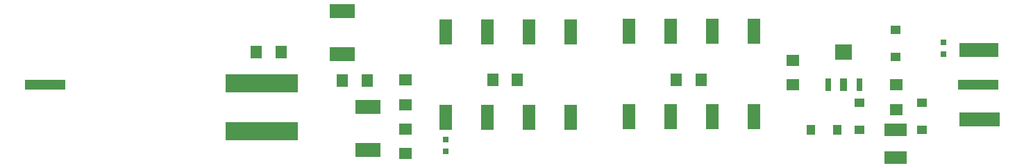
<source format=gtp>
G04*
G04 #@! TF.GenerationSoftware,Altium Limited,Altium Designer,21.2.0 (30)*
G04*
G04 Layer_Color=8421504*
%FSLAX44Y44*%
%MOMM*%
G71*
G04*
G04 #@! TF.SameCoordinates,58CED176-2650-464E-8F7A-AB9BE6AF2035*
G04*
G04*
G04 #@! TF.FilePolarity,Positive*
G04*
G01*
G75*
%ADD20R,8.6360X2.0320*%
%ADD21R,2.0320X1.9050*%
%ADD22R,0.8128X1.4224*%
%ADD23R,1.3716X2.8956*%
%ADD24R,4.9530X1.6510*%
%ADD25R,4.8260X1.6510*%
%ADD26R,1.4000X1.6000*%
%ADD27R,1.2200X1.1000*%
%ADD28R,5.0000X1.2700*%
%ADD29R,8.8900X2.2860*%
%ADD30R,0.8000X0.7000*%
%ADD31R,3.1500X1.7800*%
%ADD32R,0.9144X1.5240*%
%ADD33R,0.7112X1.5240*%
%ADD34R,2.1590X1.2700*%
%ADD35R,1.5240X3.0480*%
%ADD36R,2.7000X1.5240*%
%ADD37R,1.1000X1.2200*%
%ADD38R,1.6000X1.4000*%
D20*
X292751Y51394D02*
D03*
Y109814D02*
D03*
D21*
X1002350Y147955D02*
D03*
D22*
Y107950D02*
D03*
D23*
X517050Y68580D02*
D03*
X567850D02*
D03*
X669450D02*
D03*
X618650D02*
D03*
X669450Y172720D02*
D03*
X618650D02*
D03*
X567850D02*
D03*
X517050D02*
D03*
X740200Y173140D02*
D03*
X791000D02*
D03*
X841800D02*
D03*
X892600D02*
D03*
X841800Y69000D02*
D03*
X892600D02*
D03*
X791000D02*
D03*
X740200D02*
D03*
D24*
X1167765Y65405D02*
D03*
D25*
X1167130Y150495D02*
D03*
D26*
X574200Y114300D02*
D03*
X604200D02*
D03*
X286000Y148000D02*
D03*
X316000D02*
D03*
X391000Y113000D02*
D03*
X421000D02*
D03*
X828200Y114300D02*
D03*
X798200D02*
D03*
D27*
X1021400Y53500D02*
D03*
Y86200D02*
D03*
X1065850Y142400D02*
D03*
Y175100D02*
D03*
X1097600Y86200D02*
D03*
Y53500D02*
D03*
D28*
X1165800Y107950D02*
D03*
X28000D02*
D03*
D29*
X292750Y51394D02*
D03*
Y109814D02*
D03*
D30*
X517000Y27000D02*
D03*
Y41000D02*
D03*
X1123950Y159400D02*
D03*
Y145400D02*
D03*
D31*
X391000Y145700D02*
D03*
Y198000D02*
D03*
X422000Y28700D02*
D03*
Y81000D02*
D03*
D32*
X1002350Y107950D02*
D03*
D33*
X1021400D02*
D03*
X983300D02*
D03*
D34*
X1002350Y146050D02*
D03*
D35*
X669450Y172720D02*
D03*
X517050Y68580D02*
D03*
X567850D02*
D03*
X618650D02*
D03*
X669450D02*
D03*
X618650Y172720D02*
D03*
X567850D02*
D03*
X517050D02*
D03*
X740200Y69000D02*
D03*
X892600Y173140D02*
D03*
X740200D02*
D03*
X791000D02*
D03*
X892600Y69000D02*
D03*
X841800D02*
D03*
X791000D02*
D03*
X841800Y173140D02*
D03*
D36*
X1065850Y53340D02*
D03*
Y19050D02*
D03*
D37*
X994570Y53340D02*
D03*
X961870D02*
D03*
D38*
X1066000Y78000D02*
D03*
Y108000D02*
D03*
X940337Y137950D02*
D03*
Y107950D02*
D03*
X468000Y54000D02*
D03*
Y24000D02*
D03*
Y84000D02*
D03*
Y114000D02*
D03*
M02*

</source>
